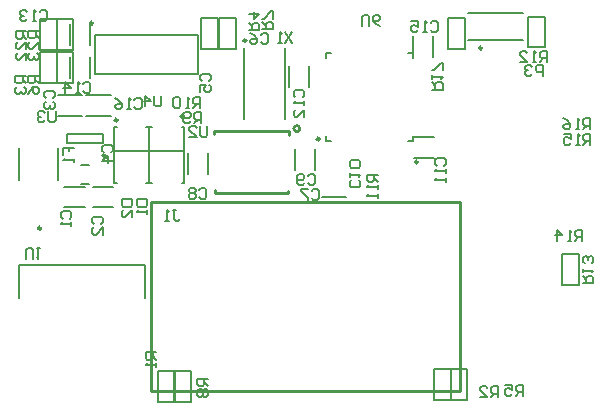
<source format=gbo>
G04*
G04 #@! TF.GenerationSoftware,Altium Limited,Altium Designer,21.1.1 (26)*
G04*
G04 Layer_Color=32896*
%FSLAX25Y25*%
%MOIN*%
G70*
G04*
G04 #@! TF.SameCoordinates,D6B6CD0C-24BE-41C4-A853-45D6888EAD6D*
G04*
G04*
G04 #@! TF.FilePolarity,Positive*
G04*
G01*
G75*
%ADD10C,0.00984*%
%ADD11C,0.01000*%
%ADD12C,0.00787*%
%ADD13C,0.00600*%
%ADD111C,0.00500*%
D10*
X355892Y338635D02*
G03*
X355892Y338635I-492J0D01*
G01*
X301697Y308354D02*
G03*
X301697Y308354I-492J0D01*
G01*
X334492Y300665D02*
G03*
X334492Y300665I-492J0D01*
G01*
X277292Y341165D02*
G03*
X277292Y341165I-492J0D01*
G01*
X226185Y346972D02*
G03*
X226185Y346972I-492J0D01*
G01*
X256392Y315865D02*
G03*
X256392Y315865I-492J0D01*
G01*
X230291Y302921D02*
G03*
X230291Y302921I-492J0D01*
G01*
X208858Y278600D02*
G03*
X208858Y278600I-492J0D01*
G01*
X234392Y314665D02*
G03*
X234392Y314665I-492J0D01*
G01*
D11*
X295100Y311800D02*
G03*
X295100Y311800I-1000J0D01*
G01*
X245524Y224287D02*
X348524D01*
X245524D02*
Y287287D01*
X348524D01*
Y224287D02*
Y287287D01*
X291200Y290200D02*
Y291100D01*
X266800Y290200D02*
X291200D01*
X266800D02*
Y291200D01*
X266600Y310100D02*
Y311000D01*
X291600D01*
Y309800D02*
Y311000D01*
D12*
X351207Y350406D02*
X369593D01*
X351207Y341194D02*
X369593D01*
X371244Y338882D02*
Y349118D01*
Y338882D02*
X376756D01*
X371244Y349118D02*
X376756D01*
Y338882D02*
Y349118D01*
X344544Y338382D02*
Y348618D01*
Y338382D02*
X350056D01*
X344544Y348618D02*
X350056D01*
Y338382D02*
Y348618D01*
X303764Y307764D02*
Y309437D01*
Y307764D02*
X305437D01*
X331224D02*
X332898D01*
Y309437D01*
Y335224D02*
Y336898D01*
X331224D02*
X332898D01*
X303764Y335224D02*
Y336898D01*
X305437D01*
X276410Y315089D02*
Y338711D01*
X290190Y315089D02*
Y338711D01*
X382544Y259782D02*
Y270018D01*
Y259782D02*
X388056D01*
X382544Y270018D02*
X388056D01*
Y259782D02*
Y270018D01*
X258756Y220682D02*
Y230918D01*
X253244D02*
X258756D01*
X253244Y220682D02*
X258756D01*
X253244D02*
Y230918D01*
X257742Y296676D02*
Y303566D01*
X264446Y296655D02*
Y303545D01*
X268244Y338382D02*
Y348618D01*
Y338382D02*
X273756D01*
X268244Y348618D02*
X273756D01*
Y338382D02*
Y348618D01*
X262244Y338382D02*
Y348618D01*
Y338382D02*
X267756D01*
X262244Y348618D02*
X267756D01*
Y338382D02*
Y348618D01*
X339446Y335755D02*
Y342645D01*
X332742Y335776D02*
Y342666D01*
X226776Y329925D02*
Y343075D01*
X261224D01*
X226776Y329925D02*
X261224D01*
Y343075D01*
X339844Y221382D02*
Y231618D01*
Y221382D02*
X345356D01*
X339844Y231618D02*
X345356D01*
Y221382D02*
Y231618D01*
X345344Y221382D02*
Y231618D01*
Y221382D02*
X350856D01*
X345344Y231618D02*
X350856D01*
Y221382D02*
Y231618D01*
X293542Y298076D02*
Y304966D01*
X300247Y298055D02*
Y304945D01*
X253356Y220682D02*
Y230918D01*
X247844D02*
X253356D01*
X247844Y220682D02*
X253356D01*
X247844D02*
Y230918D01*
X218438Y339803D02*
Y346692D01*
X225143Y339782D02*
Y346671D01*
Y328785D02*
Y335675D01*
X218438Y328806D02*
Y335696D01*
X214045Y338108D02*
Y348345D01*
X208533D02*
X214045D01*
X208533Y338108D02*
X214045D01*
X208533D02*
Y348345D01*
Y327133D02*
Y337369D01*
Y327133D02*
X214045D01*
X208533Y337369D02*
X214045D01*
Y327133D02*
Y337369D01*
X219642Y327133D02*
Y337369D01*
X214131D02*
X219642D01*
X214131Y327133D02*
X219642D01*
X214131D02*
Y337369D01*
Y338108D02*
Y348345D01*
Y338108D02*
X219642D01*
X214131Y348345D02*
X219642D01*
Y338108D02*
Y348345D01*
X333055Y302153D02*
X339945D01*
X333076Y308858D02*
X339966D01*
X302448Y288955D02*
X310552D01*
X291354Y325655D02*
Y332545D01*
X298058Y325634D02*
Y332524D01*
X226034Y285542D02*
X232924D01*
X226055Y292247D02*
X232945D01*
X245288Y304378D02*
X256312D01*
X255721Y293650D02*
X256607D01*
X244993D02*
X245879D01*
X244993D02*
Y312350D01*
X255721D02*
X256607D01*
X244993D02*
X245879D01*
X256607Y293650D02*
Y312350D01*
X214378Y294783D02*
Y305217D01*
X201622Y294783D02*
Y305217D01*
X217595Y307122D02*
X229405D01*
X217595D02*
Y309878D01*
X229405D01*
Y307122D02*
Y309878D01*
X214448Y316055D02*
X222552D01*
X214448Y322945D02*
X222552D01*
X201437Y255372D02*
Y266395D01*
X243563D01*
Y255372D02*
Y266395D01*
X223948Y322945D02*
X232052D01*
X223948Y316055D02*
X232052D01*
X216576Y292258D02*
X223466D01*
X216555Y285554D02*
X223445D01*
X233488Y304343D02*
X244512D01*
X243921Y293614D02*
X244807D01*
X233193D02*
X234079D01*
X233193D02*
Y312315D01*
X243921D02*
X244807D01*
X233193D02*
X234079D01*
X244807Y293614D02*
Y312315D01*
X222226Y293350D02*
X224774D01*
X222226Y299650D02*
X224774D01*
D13*
X376099Y329401D02*
Y332999D01*
X374300D01*
X373700Y332400D01*
Y331200D01*
X374300Y330600D01*
X376099D01*
X372500Y332400D02*
X371900Y332999D01*
X370701D01*
X370101Y332400D01*
Y331800D01*
X370701Y331200D01*
X371301D01*
X370701D01*
X370101Y330600D01*
Y330000D01*
X370701Y329401D01*
X371900D01*
X372500Y330000D01*
X377499Y334001D02*
Y337599D01*
X375699D01*
X375099Y337000D01*
Y335800D01*
X375699Y335200D01*
X377499D01*
X376299D02*
X375099Y334001D01*
X373900D02*
X372700D01*
X373300D01*
Y337599D01*
X373900Y337000D01*
X368501Y334001D02*
X370901D01*
X368501Y336400D01*
Y337000D01*
X369101Y337599D01*
X370301D01*
X370901Y337000D01*
X339101Y324801D02*
X342699D01*
Y326601D01*
X342100Y327201D01*
X340900D01*
X340300Y326601D01*
Y324801D01*
Y326001D02*
X339101Y327201D01*
Y328400D02*
Y329600D01*
Y329000D01*
X342699D01*
X342100Y328400D01*
X342699Y331399D02*
Y333799D01*
X342100D01*
X339700Y331399D01*
X339101D01*
X391898Y311601D02*
Y315199D01*
X390099D01*
X389499Y314600D01*
Y313400D01*
X390099Y312800D01*
X391898D01*
X390699D02*
X389499Y311601D01*
X388300D02*
X387100D01*
X387700D01*
Y315199D01*
X388300Y314600D01*
X382902Y315199D02*
X384101Y314600D01*
X385301Y313400D01*
Y312200D01*
X384701Y311601D01*
X383501D01*
X382902Y312200D01*
Y312800D01*
X383501Y313400D01*
X385301D01*
X340900Y299500D02*
X340301Y300099D01*
Y301299D01*
X340900Y301899D01*
X343300D01*
X343899Y301299D01*
Y300099D01*
X343300Y299500D01*
X343899Y298300D02*
Y297100D01*
Y297700D01*
X340301D01*
X340900Y298300D01*
X343899Y295301D02*
Y294101D01*
Y294701D01*
X340301D01*
X340900Y295301D01*
X203801Y268301D02*
Y271300D01*
X204401Y271899D01*
X205600D01*
X206200Y271300D01*
Y268301D01*
X207400Y271899D02*
X208599D01*
X207999D01*
Y268301D01*
X207400Y268900D01*
X391999Y306501D02*
Y310099D01*
X390199D01*
X389599Y309500D01*
Y308300D01*
X390199Y307700D01*
X391999D01*
X390799D02*
X389599Y306501D01*
X388400D02*
X387200D01*
X387800D01*
Y310099D01*
X388400Y309500D01*
X383001Y310099D02*
X385401D01*
Y308300D01*
X384201Y308900D01*
X383601D01*
X383001Y308300D01*
Y307100D01*
X383601Y306501D01*
X384801D01*
X385401Y307100D01*
X389198Y274401D02*
Y277999D01*
X387399D01*
X386799Y277400D01*
Y276200D01*
X387399Y275600D01*
X389198D01*
X387999D02*
X386799Y274401D01*
X385600D02*
X384400D01*
X385000D01*
Y277999D01*
X385600Y277400D01*
X380801Y274401D02*
Y277999D01*
X382601Y276200D01*
X380202D01*
X389401Y260301D02*
X392999D01*
Y262101D01*
X392400Y262701D01*
X391200D01*
X390600Y262101D01*
Y260301D01*
Y261501D02*
X389401Y262701D01*
Y263900D02*
Y265100D01*
Y264500D01*
X392999D01*
X392400Y263900D01*
Y266899D02*
X392999Y267499D01*
Y268699D01*
X392400Y269299D01*
X391800D01*
X391200Y268699D01*
Y268099D01*
Y268699D01*
X390600Y269299D01*
X390000D01*
X389401Y268699D01*
Y267499D01*
X390000Y266899D01*
X235701Y288199D02*
X239299D01*
Y286400D01*
X238700Y285800D01*
X236300D01*
X235701Y286400D01*
Y288199D01*
X239299Y282201D02*
Y284600D01*
X236900Y282201D01*
X236300D01*
X235701Y282801D01*
Y284000D01*
X236300Y284600D01*
X240701Y288199D02*
X244299D01*
Y286400D01*
X243700Y285800D01*
X241300D01*
X240701Y286400D01*
Y288199D01*
X244299Y284600D02*
Y283401D01*
Y284001D01*
X240701D01*
X241300Y284600D01*
X292599Y343999D02*
X290200Y340401D01*
Y343999D02*
X292599Y340401D01*
X289000D02*
X287801D01*
X288401D01*
Y343999D01*
X289000Y343400D01*
X239999Y321300D02*
X240599Y321899D01*
X241799D01*
X242399Y321300D01*
Y318900D01*
X241799Y318301D01*
X240599D01*
X239999Y318900D01*
X238800Y318301D02*
X237600D01*
X238200D01*
Y321899D01*
X238800Y321300D01*
X233401Y321899D02*
X234601Y321300D01*
X235801Y320100D01*
Y318900D01*
X235201Y318301D01*
X234001D01*
X233401Y318900D01*
Y319500D01*
X234001Y320100D01*
X235801D01*
X321099Y296499D02*
X317501D01*
Y294699D01*
X318100Y294099D01*
X319300D01*
X319900Y294699D01*
Y296499D01*
Y295299D02*
X321099Y294099D01*
Y292900D02*
Y291700D01*
Y292300D01*
X317501D01*
X318100Y292900D01*
X321099Y289901D02*
Y288701D01*
Y289301D01*
X317501D01*
X318100Y289901D01*
X261898Y318701D02*
Y322299D01*
X260099D01*
X259499Y321700D01*
Y320500D01*
X260099Y319900D01*
X261898D01*
X260699D02*
X259499Y318701D01*
X258300D02*
X257100D01*
X257700D01*
Y322299D01*
X258300Y321700D01*
X255301D02*
X254701Y322299D01*
X253501D01*
X252902Y321700D01*
Y319300D01*
X253501Y318701D01*
X254701D01*
X255301Y319300D01*
Y321700D01*
X262299Y313601D02*
Y317199D01*
X260500D01*
X259900Y316600D01*
Y315400D01*
X260500Y314800D01*
X262299D01*
X261099D02*
X259900Y313601D01*
X258700Y314200D02*
X258100Y313601D01*
X256901D01*
X256301Y314200D01*
Y316600D01*
X256901Y317199D01*
X258100D01*
X258700Y316600D01*
Y316000D01*
X258100Y315400D01*
X256301D01*
X338699Y347000D02*
X339299Y347599D01*
X340499D01*
X341098Y347000D01*
Y344600D01*
X340499Y344001D01*
X339299D01*
X338699Y344600D01*
X337500Y344001D02*
X336300D01*
X336900D01*
Y347599D01*
X337500Y347000D01*
X332101Y347599D02*
X334501D01*
Y345800D01*
X333301Y346400D01*
X332701D01*
X332101Y345800D01*
Y344600D01*
X332701Y344001D01*
X333901D01*
X334501Y344600D01*
X226500Y280100D02*
X225901Y280700D01*
Y281899D01*
X226500Y282499D01*
X228900D01*
X229499Y281899D01*
Y280700D01*
X228900Y280100D01*
X229499Y276501D02*
Y278900D01*
X227100Y276501D01*
X226500D01*
X225901Y277101D01*
Y278300D01*
X226500Y278900D01*
X248999Y322799D02*
Y319800D01*
X248399Y319201D01*
X247200D01*
X246600Y319800D01*
Y322799D01*
X243601Y319201D02*
Y322799D01*
X245400Y321000D01*
X243001D01*
X264499Y228499D02*
X260901D01*
Y226700D01*
X261500Y226100D01*
X262700D01*
X263300Y226700D01*
Y228499D01*
Y227299D02*
X264499Y226100D01*
X261500Y224900D02*
X260901Y224300D01*
Y223101D01*
X261500Y222501D01*
X262100D01*
X262700Y223101D01*
X263300Y222501D01*
X263900D01*
X264499Y223101D01*
Y224300D01*
X263900Y224900D01*
X263300D01*
X262700Y224300D01*
X262100Y224900D01*
X261500D01*
X262700Y224300D02*
Y223101D01*
X203899Y329299D02*
X200301D01*
Y327500D01*
X200900Y326900D01*
X202100D01*
X202700Y327500D01*
Y329299D01*
Y328099D02*
X203899Y326900D01*
X200900Y325700D02*
X200301Y325100D01*
Y323901D01*
X200900Y323301D01*
X201500D01*
X202100Y323901D01*
Y324501D01*
Y323901D01*
X202700Y323301D01*
X203300D01*
X203899Y323901D01*
Y325100D01*
X203300Y325700D01*
X247299Y237199D02*
X243701D01*
Y235400D01*
X244300Y234800D01*
X245500D01*
X246100Y235400D01*
Y237199D01*
Y236000D02*
X247299Y234800D01*
Y233600D02*
Y232401D01*
Y233001D01*
X243701D01*
X244300Y233600D01*
X208099Y329299D02*
X204501D01*
Y327500D01*
X205100Y326900D01*
X206300D01*
X206900Y327500D01*
Y329299D01*
Y328099D02*
X208099Y326900D01*
X204501Y323301D02*
X205100Y324501D01*
X206300Y325700D01*
X207500D01*
X208099Y325100D01*
Y323901D01*
X207500Y323301D01*
X206900D01*
X206300Y323901D01*
Y325700D01*
X222899Y326700D02*
X223499Y327299D01*
X224699D01*
X225299Y326700D01*
Y324300D01*
X224699Y323701D01*
X223499D01*
X222899Y324300D01*
X221700Y323701D02*
X220500D01*
X221100D01*
Y327299D01*
X221700Y326700D01*
X216901Y323701D02*
Y327299D01*
X218701Y325500D01*
X216301D01*
X314700Y294601D02*
X315299Y294001D01*
Y292801D01*
X314700Y292201D01*
X312300D01*
X311701Y292801D01*
Y294001D01*
X312300Y294601D01*
X311701Y295800D02*
Y297000D01*
Y296400D01*
X315299D01*
X314700Y295800D01*
Y298799D02*
X315299Y299399D01*
Y300599D01*
X314700Y301199D01*
X312300D01*
X311701Y300599D01*
Y299399D01*
X312300Y298799D01*
X314700D01*
X297800Y296000D02*
X298400Y296599D01*
X299599D01*
X300199Y296000D01*
Y293600D01*
X299599Y293001D01*
X298400D01*
X297800Y293600D01*
X296600D02*
X296000Y293001D01*
X294801D01*
X294201Y293600D01*
Y296000D01*
X294801Y296599D01*
X296000D01*
X296600Y296000D01*
Y295400D01*
X296000Y294800D01*
X294201D01*
X278001Y344701D02*
X281599D01*
Y346500D01*
X281000Y347100D01*
X279800D01*
X279200Y346500D01*
Y344701D01*
Y345901D02*
X278001Y347100D01*
Y350099D02*
X281599D01*
X279800Y348300D01*
Y350699D01*
X361199Y222301D02*
Y225899D01*
X359400D01*
X358800Y225300D01*
Y224100D01*
X359400Y223500D01*
X361199D01*
X359999D02*
X358800Y222301D01*
X355201D02*
X357600D01*
X355201Y224700D01*
Y225300D01*
X355801Y225899D01*
X357000D01*
X357600Y225300D01*
X282601Y344901D02*
X286199D01*
Y346700D01*
X285600Y347300D01*
X284400D01*
X283800Y346700D01*
Y344901D01*
Y346101D02*
X282601Y347300D01*
X286199Y348500D02*
Y350899D01*
X285600D01*
X283200Y348500D01*
X282601D01*
X369499Y222801D02*
Y226399D01*
X367700D01*
X367100Y225800D01*
Y224600D01*
X367700Y224000D01*
X369499D01*
X368299D02*
X367100Y222801D01*
X363501Y226399D02*
X365900D01*
Y224600D01*
X364701Y225200D01*
X364101D01*
X363501Y224600D01*
Y223400D01*
X364101Y222801D01*
X365300D01*
X365900Y223400D01*
X208399Y350600D02*
X208999Y351199D01*
X210199D01*
X210799Y350600D01*
Y348200D01*
X210199Y347601D01*
X208999D01*
X208399Y348200D01*
X207200Y347601D02*
X206000D01*
X206600D01*
Y351199D01*
X207200Y350600D01*
X204201D02*
X203601Y351199D01*
X202401D01*
X201801Y350600D01*
Y350000D01*
X202401Y349400D01*
X203001D01*
X202401D01*
X201801Y348800D01*
Y348200D01*
X202401Y347601D01*
X203601D01*
X204201Y348200D01*
X213699Y317599D02*
Y314600D01*
X213099Y314001D01*
X211900D01*
X211300Y314600D01*
Y317599D01*
X210100Y317000D02*
X209500Y317599D01*
X208301D01*
X207701Y317000D01*
Y316400D01*
X208301Y315800D01*
X208901D01*
X208301D01*
X207701Y315200D01*
Y314600D01*
X208301Y314001D01*
X209500D01*
X210100Y314600D01*
X264299Y312599D02*
Y309600D01*
X263699Y309001D01*
X262500D01*
X261900Y309600D01*
Y312599D01*
X258301Y309001D02*
X260700D01*
X258301Y311400D01*
Y312000D01*
X258901Y312599D01*
X260100D01*
X260700Y312000D01*
X208199Y344299D02*
X204601D01*
Y342499D01*
X205200Y341899D01*
X206400D01*
X207000Y342499D01*
Y344299D01*
Y343099D02*
X208199Y341899D01*
Y338300D02*
Y340700D01*
X205800Y338300D01*
X205200D01*
X204601Y338900D01*
Y340100D01*
X205200Y340700D01*
Y337101D02*
X204601Y336501D01*
Y335301D01*
X205200Y334702D01*
X205800D01*
X206400Y335301D01*
Y335901D01*
Y335301D01*
X207000Y334702D01*
X207600D01*
X208199Y335301D01*
Y336501D01*
X207600Y337101D01*
X203999Y344198D02*
X200401D01*
Y342399D01*
X201000Y341799D01*
X202200D01*
X202800Y342399D01*
Y344198D01*
Y342999D02*
X203999Y341799D01*
Y338200D02*
Y340600D01*
X201600Y338200D01*
X201000D01*
X200401Y338800D01*
Y340000D01*
X201000Y340600D01*
X203999Y334602D02*
Y337001D01*
X201600Y334602D01*
X201000D01*
X200401Y335201D01*
Y336401D01*
X201000Y337001D01*
X252696Y284687D02*
X253895D01*
X253296D01*
Y281688D01*
X253895Y281088D01*
X254495D01*
X255095Y281688D01*
X251496Y281088D02*
X250297D01*
X250896D01*
Y284687D01*
X251496Y284087D01*
X216201Y303000D02*
Y305399D01*
X218000D01*
Y304200D01*
Y305399D01*
X219799D01*
Y301800D02*
Y300601D01*
Y301201D01*
X216201D01*
X216800Y301800D01*
X293600Y322199D02*
X293001Y322799D01*
Y323999D01*
X293600Y324599D01*
X296000D01*
X296599Y323999D01*
Y322799D01*
X296000Y322199D01*
X296599Y321000D02*
Y319800D01*
Y320400D01*
X293001D01*
X293600Y321000D01*
X296599Y315601D02*
Y318001D01*
X294200Y315601D01*
X293600D01*
X293001Y316201D01*
Y317401D01*
X293600Y318001D01*
X261600Y291500D02*
X262200Y292099D01*
X263399D01*
X263999Y291500D01*
Y289100D01*
X263399Y288501D01*
X262200D01*
X261600Y289100D01*
X260400Y291500D02*
X259800Y292099D01*
X258601D01*
X258001Y291500D01*
Y290900D01*
X258601Y290300D01*
X258001Y289700D01*
Y289100D01*
X258601Y288501D01*
X259800D01*
X260400Y289100D01*
Y289700D01*
X259800Y290300D01*
X260400Y290900D01*
Y291500D01*
X259800Y290300D02*
X258601D01*
X299000Y291100D02*
X299600Y291699D01*
X300799D01*
X301399Y291100D01*
Y288700D01*
X300799Y288101D01*
X299600D01*
X299000Y288700D01*
X297800Y291699D02*
X295401D01*
Y291100D01*
X297800Y288700D01*
Y288101D01*
X282100Y343000D02*
X282700Y343599D01*
X283899D01*
X284499Y343000D01*
Y340600D01*
X283899Y340001D01*
X282700D01*
X282100Y340600D01*
X278501Y343599D02*
X279701Y343000D01*
X280900Y341800D01*
Y340600D01*
X280300Y340001D01*
X279101D01*
X278501Y340600D01*
Y341200D01*
X279101Y341800D01*
X280900D01*
X262500Y327700D02*
X261901Y328300D01*
Y329499D01*
X262500Y330099D01*
X264900D01*
X265499Y329499D01*
Y328300D01*
X264900Y327700D01*
X261901Y324101D02*
Y326500D01*
X263700D01*
X263100Y325301D01*
Y324701D01*
X263700Y324101D01*
X264900D01*
X265499Y324701D01*
Y325900D01*
X264900Y326500D01*
X229900Y303900D02*
X229301Y304500D01*
Y305699D01*
X229900Y306299D01*
X232300D01*
X232899Y305699D01*
Y304500D01*
X232300Y303900D01*
X232899Y300901D02*
X229301D01*
X231100Y302700D01*
Y300301D01*
X210500Y322000D02*
X209901Y322600D01*
Y323799D01*
X210500Y324399D01*
X212900D01*
X213499Y323799D01*
Y322600D01*
X212900Y322000D01*
X210500Y320800D02*
X209901Y320200D01*
Y319001D01*
X210500Y318401D01*
X211100D01*
X211700Y319001D01*
Y319601D01*
Y319001D01*
X212300Y318401D01*
X212900D01*
X213499Y319001D01*
Y320200D01*
X212900Y320800D01*
X216000Y281800D02*
X215401Y282400D01*
Y283599D01*
X216000Y284199D01*
X218400D01*
X218999Y283599D01*
Y282400D01*
X218400Y281800D01*
X218999Y280600D02*
Y279401D01*
Y280001D01*
X215401D01*
X216000Y280600D01*
D111*
X315984Y346051D02*
Y348966D01*
X316567Y349549D01*
X317734D01*
X318317Y348966D01*
Y346051D01*
X321816D02*
X320649Y346634D01*
X319483Y347800D01*
Y348966D01*
X320066Y349549D01*
X321233D01*
X321816Y348966D01*
Y348383D01*
X321233Y347800D01*
X319483D01*
M02*

</source>
